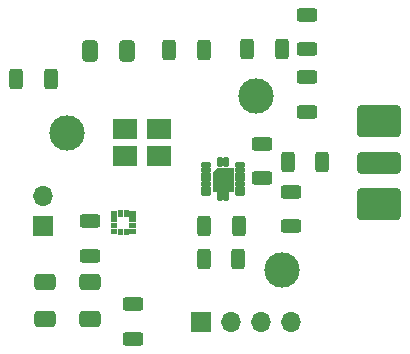
<source format=gbr>
%TF.GenerationSoftware,KiCad,Pcbnew,9.0.0*%
%TF.CreationDate,2025-03-07T11:14:37+01:00*%
%TF.ProjectId,PCB_rigide,5043425f-7269-4676-9964-652e6b696361,rev?*%
%TF.SameCoordinates,Original*%
%TF.FileFunction,Soldermask,Top*%
%TF.FilePolarity,Negative*%
%FSLAX46Y46*%
G04 Gerber Fmt 4.6, Leading zero omitted, Abs format (unit mm)*
G04 Created by KiCad (PCBNEW 9.0.0) date 2025-03-07 11:14:37*
%MOMM*%
%LPD*%
G01*
G04 APERTURE LIST*
G04 Aperture macros list*
%AMRoundRect*
0 Rectangle with rounded corners*
0 $1 Rounding radius*
0 $2 $3 $4 $5 $6 $7 $8 $9 X,Y pos of 4 corners*
0 Add a 4 corners polygon primitive as box body*
4,1,4,$2,$3,$4,$5,$6,$7,$8,$9,$2,$3,0*
0 Add four circle primitives for the rounded corners*
1,1,$1+$1,$2,$3*
1,1,$1+$1,$4,$5*
1,1,$1+$1,$6,$7*
1,1,$1+$1,$8,$9*
0 Add four rect primitives between the rounded corners*
20,1,$1+$1,$2,$3,$4,$5,0*
20,1,$1+$1,$4,$5,$6,$7,0*
20,1,$1+$1,$6,$7,$8,$9,0*
20,1,$1+$1,$8,$9,$2,$3,0*%
G04 Aperture macros list end*
%ADD10C,0.010000*%
%ADD11C,0.002000*%
%ADD12RoundRect,0.250000X-1.595000X-0.640000X1.595000X-0.640000X1.595000X0.640000X-1.595000X0.640000X0*%
%ADD13RoundRect,0.250000X-1.595000X-1.082500X1.595000X-1.082500X1.595000X1.082500X-1.595000X1.082500X0*%
%ADD14RoundRect,0.250000X0.625000X-0.312500X0.625000X0.312500X-0.625000X0.312500X-0.625000X-0.312500X0*%
%ADD15RoundRect,0.250000X0.312500X0.625000X-0.312500X0.625000X-0.312500X-0.625000X0.312500X-0.625000X0*%
%ADD16R,2.100000X1.800000*%
%ADD17C,3.000000*%
%ADD18R,1.700000X1.700000*%
%ADD19O,1.700000X1.700000*%
%ADD20RoundRect,0.250000X0.650000X-0.412500X0.650000X0.412500X-0.650000X0.412500X-0.650000X-0.412500X0*%
%ADD21RoundRect,0.250000X-0.312500X-0.625000X0.312500X-0.625000X0.312500X0.625000X-0.312500X0.625000X0*%
%ADD22RoundRect,0.116600X-0.315400X0.095400X-0.315400X-0.095400X0.315400X-0.095400X0.315400X0.095400X0*%
%ADD23RoundRect,0.116600X-0.095400X0.315400X-0.095400X-0.315400X0.095400X-0.315400X0.095400X0.315400X0*%
%ADD24RoundRect,0.250000X-0.625000X0.312500X-0.625000X-0.312500X0.625000X-0.312500X0.625000X0.312500X0*%
%ADD25RoundRect,0.250000X0.412500X0.650000X-0.412500X0.650000X-0.412500X-0.650000X0.412500X-0.650000X0*%
G04 APERTURE END LIST*
D10*
%TO.C,U2*%
X87838000Y-42389000D02*
X87388000Y-42389000D01*
X87388000Y-41989000D01*
X87838000Y-41989000D01*
X87838000Y-42389000D01*
G36*
X87838000Y-42389000D02*
G01*
X87388000Y-42389000D01*
X87388000Y-41989000D01*
X87838000Y-41989000D01*
X87838000Y-42389000D01*
G37*
X87838000Y-42889000D02*
X87388000Y-42889000D01*
X87388000Y-42489000D01*
X87838000Y-42489000D01*
X87838000Y-42889000D01*
G36*
X87838000Y-42889000D02*
G01*
X87388000Y-42889000D01*
X87388000Y-42489000D01*
X87838000Y-42489000D01*
X87838000Y-42889000D01*
G37*
X87838000Y-43389000D02*
X87388000Y-43389000D01*
X87388000Y-42989000D01*
X87838000Y-42989000D01*
X87838000Y-43389000D01*
G36*
X87838000Y-43389000D02*
G01*
X87388000Y-43389000D01*
X87388000Y-42989000D01*
X87838000Y-42989000D01*
X87838000Y-43389000D01*
G37*
X87838000Y-43889000D02*
X87388000Y-43889000D01*
X87388000Y-43489000D01*
X87838000Y-43489000D01*
X87838000Y-43889000D01*
G36*
X87838000Y-43889000D02*
G01*
X87388000Y-43889000D01*
X87388000Y-43489000D01*
X87838000Y-43489000D01*
X87838000Y-43889000D01*
G37*
X88338000Y-42389000D02*
X87938000Y-42389000D01*
X87938000Y-41939000D01*
X88338000Y-41939000D01*
X88338000Y-42389000D01*
G36*
X88338000Y-42389000D02*
G01*
X87938000Y-42389000D01*
X87938000Y-41939000D01*
X88338000Y-41939000D01*
X88338000Y-42389000D01*
G37*
X88338000Y-43939000D02*
X87938000Y-43939000D01*
X87938000Y-43489000D01*
X88338000Y-43489000D01*
X88338000Y-43939000D01*
G36*
X88338000Y-43939000D02*
G01*
X87938000Y-43939000D01*
X87938000Y-43489000D01*
X88338000Y-43489000D01*
X88338000Y-43939000D01*
G37*
X88838000Y-42389000D02*
X88438000Y-42389000D01*
X88438000Y-41939000D01*
X88838000Y-41939000D01*
X88838000Y-42389000D01*
G36*
X88838000Y-42389000D02*
G01*
X88438000Y-42389000D01*
X88438000Y-41939000D01*
X88838000Y-41939000D01*
X88838000Y-42389000D01*
G37*
X88838000Y-43939000D02*
X88438000Y-43939000D01*
X88438000Y-43489000D01*
X88838000Y-43489000D01*
X88838000Y-43939000D01*
G36*
X88838000Y-43939000D02*
G01*
X88438000Y-43939000D01*
X88438000Y-43489000D01*
X88838000Y-43489000D01*
X88838000Y-43939000D01*
G37*
X89388000Y-42389000D02*
X88938000Y-42389000D01*
X88938000Y-41989000D01*
X89388000Y-41989000D01*
X89388000Y-42389000D01*
G36*
X89388000Y-42389000D02*
G01*
X88938000Y-42389000D01*
X88938000Y-41989000D01*
X89388000Y-41989000D01*
X89388000Y-42389000D01*
G37*
X89388000Y-42889000D02*
X88938000Y-42889000D01*
X88938000Y-42489000D01*
X89388000Y-42489000D01*
X89388000Y-42889000D01*
G36*
X89388000Y-42889000D02*
G01*
X88938000Y-42889000D01*
X88938000Y-42489000D01*
X89388000Y-42489000D01*
X89388000Y-42889000D01*
G37*
X89388000Y-43389000D02*
X88938000Y-43389000D01*
X88938000Y-42989000D01*
X89388000Y-42989000D01*
X89388000Y-43389000D01*
G36*
X89388000Y-43389000D02*
G01*
X88938000Y-43389000D01*
X88938000Y-42989000D01*
X89388000Y-42989000D01*
X89388000Y-43389000D01*
G37*
X89388000Y-43889000D02*
X88938000Y-43889000D01*
X88938000Y-43489000D01*
X89388000Y-43489000D01*
X89388000Y-43889000D01*
G36*
X89388000Y-43889000D02*
G01*
X88938000Y-43889000D01*
X88938000Y-43489000D01*
X89388000Y-43489000D01*
X89388000Y-43889000D01*
G37*
D11*
%TO.C,U1*%
X97731600Y-40273800D02*
X96027600Y-40273800D01*
X96027600Y-38729800D01*
X96387600Y-38369800D01*
X97731600Y-38369800D01*
X97731600Y-40273800D01*
G36*
X97731600Y-40273800D02*
G01*
X96027600Y-40273800D01*
X96027600Y-38729800D01*
X96387600Y-38369800D01*
X97731600Y-38369800D01*
X97731600Y-40273800D01*
G37*
%TD*%
D12*
%TO.C,J6*%
X110050000Y-37909500D03*
D13*
X110050000Y-34417000D03*
X110050000Y-41402000D03*
%TD*%
D14*
%TO.C,R2*%
X103936800Y-33582800D03*
X103936800Y-30657800D03*
%TD*%
D15*
%TO.C,R5*%
X95227000Y-28371800D03*
X92302000Y-28371800D03*
%TD*%
D16*
%TO.C,Y1*%
X88540000Y-37352000D03*
X91440000Y-37352000D03*
X91440000Y-35052000D03*
X88540000Y-35052000D03*
%TD*%
D17*
%TO.C,J3*%
X83693000Y-35433000D03*
%TD*%
D18*
%TO.C,J1*%
X81661000Y-43307000D03*
D19*
X81661000Y-40767000D03*
%TD*%
D14*
%TO.C,R8*%
X89281000Y-52836000D03*
X89281000Y-49911000D03*
%TD*%
%TO.C,R4*%
X102616000Y-43311000D03*
X102616000Y-40386000D03*
%TD*%
D20*
%TO.C,C2*%
X81788000Y-51155600D03*
X81788000Y-48030600D03*
%TD*%
D17*
%TO.C,J5*%
X99695000Y-32258000D03*
%TD*%
D21*
%TO.C,R3*%
X95246000Y-46101000D03*
X98171000Y-46101000D03*
%TD*%
D17*
%TO.C,J4*%
X101854000Y-46990000D03*
%TD*%
D22*
%TO.C,U1*%
X95454600Y-38121800D03*
X95454600Y-38521800D03*
X95454600Y-38921800D03*
X95454600Y-39321800D03*
X95454600Y-39721800D03*
X95454600Y-40121800D03*
X95454600Y-40521800D03*
D23*
X96629600Y-40741800D03*
X97129600Y-40746800D03*
D22*
X98304600Y-40521800D03*
X98304600Y-40121800D03*
X98304600Y-39721800D03*
X98304600Y-39321800D03*
X98304600Y-38921800D03*
X98304600Y-38521800D03*
X98304600Y-38121800D03*
D23*
X97129600Y-37896800D03*
X96629600Y-37896800D03*
%TD*%
D20*
%TO.C,C1*%
X85598000Y-51131000D03*
X85598000Y-48006000D03*
%TD*%
D24*
%TO.C,R1*%
X100203000Y-36318000D03*
X100203000Y-39243000D03*
%TD*%
D21*
%TO.C,R12*%
X102358000Y-37846000D03*
X105283000Y-37846000D03*
%TD*%
%TO.C,R9*%
X79371000Y-30861000D03*
X82296000Y-30861000D03*
%TD*%
D14*
%TO.C,R6*%
X85598000Y-45785500D03*
X85598000Y-42860500D03*
%TD*%
D21*
%TO.C,R7*%
X95250000Y-43307000D03*
X98175000Y-43307000D03*
%TD*%
D25*
%TO.C,C3*%
X88723000Y-28448000D03*
X85598000Y-28448000D03*
%TD*%
D24*
%TO.C,R10*%
X104013000Y-25400000D03*
X104013000Y-28325000D03*
%TD*%
D21*
%TO.C,R11*%
X98929000Y-28321000D03*
X101854000Y-28321000D03*
%TD*%
D18*
%TO.C,J2*%
X94996000Y-51409600D03*
D19*
X97536000Y-51409600D03*
X100076000Y-51409600D03*
X102616000Y-51409600D03*
%TD*%
M02*

</source>
